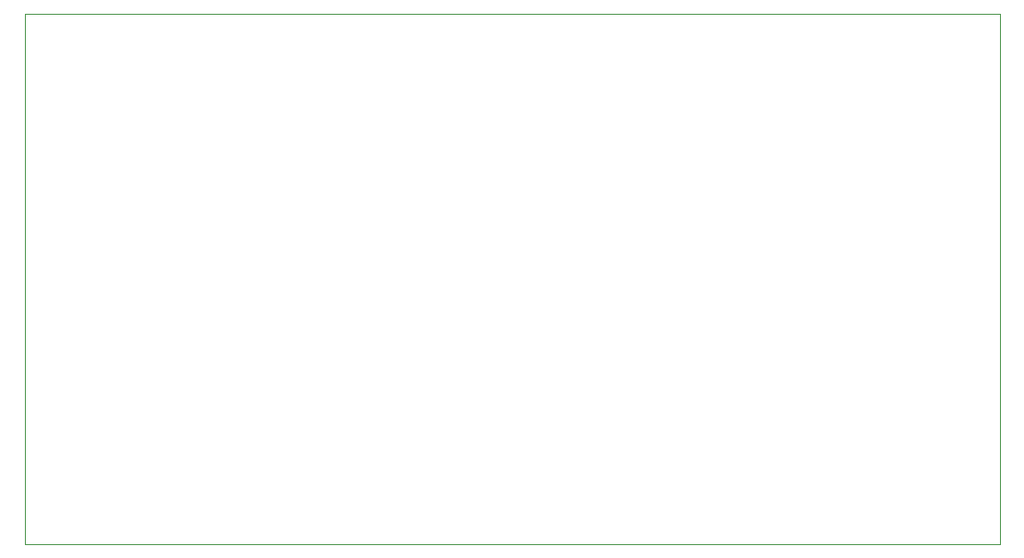
<source format=gm1>
%TF.GenerationSoftware,KiCad,Pcbnew,7.0.2*%
%TF.CreationDate,2023-05-25T16:14:32+02:00*%
%TF.ProjectId,kim-1-keypad,6b696d2d-312d-46b6-9579-7061642e6b69,rev?*%
%TF.SameCoordinates,Original*%
%TF.FileFunction,Profile,NP*%
%FSLAX46Y46*%
G04 Gerber Fmt 4.6, Leading zero omitted, Abs format (unit mm)*
G04 Created by KiCad (PCBNEW 7.0.2) date 2023-05-25 16:14:32*
%MOMM*%
%LPD*%
G01*
G04 APERTURE LIST*
%TA.AperFunction,Profile*%
%ADD10C,0.100000*%
%TD*%
G04 APERTURE END LIST*
D10*
X92794705Y-73511322D02*
X182170193Y-73511322D01*
X182170193Y-122186804D01*
X92794705Y-122186804D01*
X92794705Y-73511322D01*
M02*

</source>
